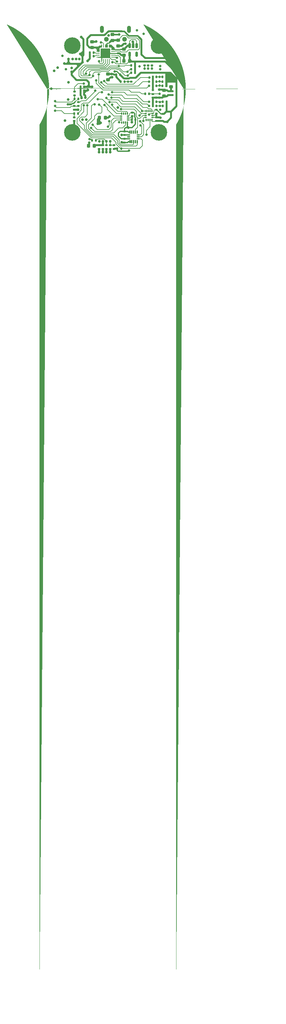
<source format=gbr>
%TF.GenerationSoftware,KiCad,Pcbnew,8.0.4*%
%TF.CreationDate,2024-12-05T11:14:02-05:00*%
%TF.ProjectId,IMpack,494d7061-636b-42e6-9b69-6361645f7063,rev?*%
%TF.SameCoordinates,Original*%
%TF.FileFunction,Copper,L4,Bot*%
%TF.FilePolarity,Positive*%
%FSLAX46Y46*%
G04 Gerber Fmt 4.6, Leading zero omitted, Abs format (unit mm)*
G04 Created by KiCad (PCBNEW 8.0.4) date 2024-12-05 11:14:02*
%MOMM*%
%LPD*%
G01*
G04 APERTURE LIST*
G04 Aperture macros list*
%AMRoundRect*
0 Rectangle with rounded corners*
0 $1 Rounding radius*
0 $2 $3 $4 $5 $6 $7 $8 $9 X,Y pos of 4 corners*
0 Add a 4 corners polygon primitive as box body*
4,1,4,$2,$3,$4,$5,$6,$7,$8,$9,$2,$3,0*
0 Add four circle primitives for the rounded corners*
1,1,$1+$1,$2,$3*
1,1,$1+$1,$4,$5*
1,1,$1+$1,$6,$7*
1,1,$1+$1,$8,$9*
0 Add four rect primitives between the rounded corners*
20,1,$1+$1,$2,$3,$4,$5,0*
20,1,$1+$1,$4,$5,$6,$7,0*
20,1,$1+$1,$6,$7,$8,$9,0*
20,1,$1+$1,$8,$9,$2,$3,0*%
%AMFreePoly0*
4,1,288,-10.746393,17.152804,-10.619479,17.114421,-10.619480,17.114421,-9.851444,16.755480,-9.100467,16.362094,-8.670236,16.111240,-8.641224,16.098534,-8.641224,16.098533,-8.592336,16.065819,-8.368095,15.935071,-7.655832,15.475290,-6.965142,14.983695,-6.297446,14.461297,-5.654115,13.909170,-5.036473,13.328450,-4.445789,12.720329,-3.883278,12.086059,-3.350096,11.426942,-2.847339,10.744335,-2.376040,10.039640,
-2.067886,9.530344,-2.057458,9.514761,-2.057457,9.514762,-2.054834,9.508774,-1.937169,9.314305,-1.531627,8.569823,-1.160249,7.807723,-0.823798,7.029572,-0.522965,6.236971,-0.258369,5.431547,-0.030554,4.614958,0.160012,3.788881,0.312937,2.955016,0.427907,2.115076,0.504685,1.270787,0.543114,0.423886,0.543114,-0.423886,0.504685,-1.270787,0.427907,-2.115076,0.312937,-2.955016,
0.160012,-3.788881,-0.030554,-4.614958,-0.258369,-5.431547,-0.522965,-6.236971,-0.823798,-7.029572,-1.160249,-7.807723,-1.531627,-8.569823,-1.937169,-9.314305,-2.054889,-9.508865,-2.057469,-9.514755,-2.057470,-9.514754,-2.067728,-9.530084,-2.376040,-10.039640,-2.847339,-10.744335,-3.350096,-11.426942,-3.883278,-12.086059,-4.445789,-12.720329,-5.036473,-13.328450,-5.654115,-13.909170,-6.297446,-14.461297,
-6.965142,-14.983695,-7.655832,-15.475290,-8.368095,-15.935071,-8.592373,-16.065840,-8.641226,-16.098531,-8.670211,-16.111225,-9.100467,-16.362094,-9.851444,-16.755480,-10.619480,-17.114421,-10.619479,-17.114421,-10.746393,-17.152804,-10.878804,-17.159699,-11.009017,-17.134705,-11.129465,-17.079276,-11.233148,-16.996632,-11.314041,-16.891576,-11.367441,-16.770215,-11.390246,-16.639600,-11.381130,-16.507324,-11.340623,-16.381072,
-11.271079,-16.268184,-11.176540,-16.175218,-11.062501,-16.107579,-11.062501,-16.107578,-10.689941,-15.943637,-9.960769,-15.581673,-9.249112,-15.186383,-9.234481,-15.177346,-9.200754,-15.151469,-9.200754,-15.151468,-9.096444,-15.089842,-8.905697,-14.940412,-8.736086,-14.767364,-8.590513,-14.573657,-8.471469,-14.362607,-8.380991,-14.137824,-8.320627,-13.903154,-8.291410,-13.662613,-8.293840,-13.420316,-8.327875,-13.180409,
-8.392933,-12.946997,-8.487900,-12.724074,-8.549526,-12.619763,-8.602717,-12.498310,-8.625297,-12.367657,-8.615954,-12.235396,-8.575230,-12.109215,-8.505492,-11.996446,-8.410793,-11.903643,-8.296637,-11.836200,-8.169657,-11.798036,-8.037235,-11.791369,-7.907065,-11.816587,-7.786712,-11.872224,-7.683171,-11.955046,-7.602460,-12.060241,-7.450503,-12.353896,-7.332379,-12.662719,-7.249576,-12.982825,-7.203134,-13.310190,
-7.195934,-13.560702,-7.155990,-13.549999,-7.080989,-13.570095,-7.026085,-13.625000,-7.023487,-13.634692,-6.607446,-13.289902,-6.005334,-12.742022,-5.429197,-12.166891,-4.880268,-11.565736,-4.520196,-11.132796,-4.530992,-11.129904,-4.585896,-11.075000,-4.605992,-10.999999,-4.595288,-10.960053,-4.845802,-10.952856,-5.173166,-10.906415,-5.493272,-10.823612,-5.802095,-10.705489,-6.095750,-10.553533,-6.095751,-10.553533,
-6.200945,-10.472822,-6.283768,-10.369282,-6.339405,-10.248929,-6.364623,-10.118759,-6.357956,-9.986336,-6.319792,-9.859357,-6.252349,-9.745201,-6.159547,-9.650502,-6.046778,-9.580764,-5.920597,-9.540039,-5.788336,-9.530696,-5.657683,-9.553275,-5.536229,-9.606467,-5.536229,-9.606466,-5.431919,-9.668091,-5.208996,-9.763058,-4.975584,-9.828115,-4.735678,-9.862149,-4.493382,-9.864578,-4.252842,-9.835361,
-4.018173,-9.774996,-3.793391,-9.684518,-3.582342,-9.565473,-3.388636,-9.419900,-3.215590,-9.250289,-3.066162,-9.059541,-3.004536,-8.955231,-3.004535,-8.955231,-2.968551,-8.908332,-2.582646,-8.216419,-2.219410,-7.487880,-1.890246,-6.743326,-1.595858,-5.984349,-1.336876,-5.212573,-1.113854,-4.429648,-0.927269,-3.637249,-0.777519,-2.837071,-0.664926,-2.030824,-0.589730,-1.220235,-0.552092,-0.407035,
-0.552092,0.407035,-0.589730,1.220235,-0.664926,2.030824,-0.777519,2.837071,-0.927269,3.637249,-1.113854,4.429648,-1.336876,5.212573,-1.595858,5.984349,-1.890246,6.743326,-2.219410,7.487880,-2.582646,8.216419,-2.968599,8.908417,-3.004523,8.955238,-3.066150,9.059549,-3.215579,9.250298,-3.388627,9.419910,-3.582334,9.565485,-3.793385,9.684530,-4.018169,9.775009,-4.252839,9.835374,
-4.493381,9.864592,-4.735679,9.862163,-4.975588,9.828129,-5.209001,9.763072,-5.431926,9.668104,-5.536237,9.606478,-5.657690,9.553287,-5.788344,9.530708,-5.920604,9.540052,-6.046786,9.580776,-6.159554,9.650514,-6.252357,9.745213,-6.319799,9.859370,-6.357963,9.986349,-6.364630,10.118771,-6.339412,10.248942,-6.283775,10.369294,-6.200952,10.472835,-6.095757,10.553546,-5.802101,10.705503,
-5.493276,10.823626,-5.173169,10.906429,-4.845803,10.952870,-4.595292,10.960067,-4.605992,10.999999,-4.585896,11.074999,-4.530991,11.129904,-4.520196,11.132796,-4.880268,11.565736,-5.429197,12.166891,-6.005334,12.742022,-6.607446,13.289902,-7.023487,13.634692,-7.026085,13.624999,-7.080989,13.570095,-7.155990,13.549999,-7.195931,13.560701,-7.203131,13.310189,-7.249573,12.982824,-7.332377,12.662717,
-7.450500,12.353894,-7.602458,12.060239,-7.602457,12.060238,-7.683168,11.955044,-7.786709,11.872222,-7.907062,11.816585,-8.037232,11.791367,-8.169655,11.798034,-8.296634,11.836198,-8.410790,11.903641,-8.505489,11.996444,-8.575227,12.109213,-8.615951,12.235394,-8.625294,12.367655,-8.602714,12.498308,-8.549523,12.619762,-8.549524,12.619762,-8.487898,12.724073,-8.392930,12.946996,-8.327872,13.180409,
-8.293837,13.420316,-8.291407,13.662613,-8.320624,13.903154,-8.380988,14.137824,-8.471466,14.362608,-8.590510,14.573658,-8.736083,14.767365,-8.905695,14.940413,-9.096442,15.089843,-9.200752,15.151470,-9.234464,15.177336,-9.249112,15.186383,-9.960769,15.581673,-10.689941,15.943637,-11.062501,16.107578,-11.062501,16.107579,-11.176540,16.175218,-11.271079,16.268184,-11.340623,16.381072,-11.381130,16.507324,
-11.390246,16.639600,-11.367441,16.770215,-11.314041,16.891576,-11.233148,16.996632,-11.129465,17.079276,-11.009017,17.134705,-10.878804,17.159699,-10.746393,17.152804,-10.746393,17.152804,$1*%
G04 Aperture macros list end*
%TA.AperFunction,ComponentPad*%
%ADD10C,4.400000*%
%TD*%
%TA.AperFunction,ComponentPad*%
%ADD11O,1.070000X1.900000*%
%TD*%
%TA.AperFunction,ComponentPad*%
%ADD12C,1.300000*%
%TD*%
%TA.AperFunction,SMDPad,CuDef*%
%ADD13RoundRect,0.147500X0.147500X0.172500X-0.147500X0.172500X-0.147500X-0.172500X0.147500X-0.172500X0*%
%TD*%
%TA.AperFunction,SMDPad,CuDef*%
%ADD14RoundRect,0.135000X0.135000X0.185000X-0.135000X0.185000X-0.135000X-0.185000X0.135000X-0.185000X0*%
%TD*%
%TA.AperFunction,SMDPad,CuDef*%
%ADD15RoundRect,0.150000X-0.150000X0.512500X-0.150000X-0.512500X0.150000X-0.512500X0.150000X0.512500X0*%
%TD*%
%TA.AperFunction,SMDPad,CuDef*%
%ADD16RoundRect,0.140000X-0.170000X0.140000X-0.170000X-0.140000X0.170000X-0.140000X0.170000X0.140000X0*%
%TD*%
%TA.AperFunction,SMDPad,CuDef*%
%ADD17RoundRect,0.225000X-0.250000X0.225000X-0.250000X-0.225000X0.250000X-0.225000X0.250000X0.225000X0*%
%TD*%
%TA.AperFunction,SMDPad,CuDef*%
%ADD18RoundRect,0.218750X-0.218750X-0.256250X0.218750X-0.256250X0.218750X0.256250X-0.218750X0.256250X0*%
%TD*%
%TA.AperFunction,SMDPad,CuDef*%
%ADD19RoundRect,0.135000X0.185000X-0.135000X0.185000X0.135000X-0.185000X0.135000X-0.185000X-0.135000X0*%
%TD*%
%TA.AperFunction,SMDPad,CuDef*%
%ADD20RoundRect,0.147500X-0.172500X0.147500X-0.172500X-0.147500X0.172500X-0.147500X0.172500X0.147500X0*%
%TD*%
%TA.AperFunction,SMDPad,CuDef*%
%ADD21RoundRect,0.135000X-0.135000X-0.185000X0.135000X-0.185000X0.135000X0.185000X-0.135000X0.185000X0*%
%TD*%
%TA.AperFunction,SMDPad,CuDef*%
%ADD22RoundRect,0.140000X0.140000X0.170000X-0.140000X0.170000X-0.140000X-0.170000X0.140000X-0.170000X0*%
%TD*%
%TA.AperFunction,SMDPad,CuDef*%
%ADD23RoundRect,0.140000X-0.140000X-0.170000X0.140000X-0.170000X0.140000X0.170000X-0.140000X0.170000X0*%
%TD*%
%TA.AperFunction,SMDPad,CuDef*%
%ADD24RoundRect,0.087500X-0.087500X0.225000X-0.087500X-0.225000X0.087500X-0.225000X0.087500X0.225000X0*%
%TD*%
%TA.AperFunction,SMDPad,CuDef*%
%ADD25RoundRect,0.087500X-0.225000X0.087500X-0.225000X-0.087500X0.225000X-0.087500X0.225000X0.087500X0*%
%TD*%
%TA.AperFunction,SMDPad,CuDef*%
%ADD26RoundRect,0.218750X-0.256250X0.218750X-0.256250X-0.218750X0.256250X-0.218750X0.256250X0.218750X0*%
%TD*%
%TA.AperFunction,SMDPad,CuDef*%
%ADD27RoundRect,0.135000X-0.185000X0.135000X-0.185000X-0.135000X0.185000X-0.135000X0.185000X0.135000X0*%
%TD*%
%TA.AperFunction,SMDPad,CuDef*%
%ADD28RoundRect,0.225000X0.225000X0.250000X-0.225000X0.250000X-0.225000X-0.250000X0.225000X-0.250000X0*%
%TD*%
%TA.AperFunction,SMDPad,CuDef*%
%ADD29FreePoly0,180.000000*%
%TD*%
%TA.AperFunction,SMDPad,CuDef*%
%ADD30RoundRect,0.147500X-0.147500X-0.172500X0.147500X-0.172500X0.147500X0.172500X-0.147500X0.172500X0*%
%TD*%
%TA.AperFunction,SMDPad,CuDef*%
%ADD31RoundRect,0.075000X-0.075000X0.387500X-0.075000X-0.387500X0.075000X-0.387500X0.075000X0.387500X0*%
%TD*%
%TA.AperFunction,SMDPad,CuDef*%
%ADD32RoundRect,0.075000X-0.325000X0.075000X-0.325000X-0.075000X0.325000X-0.075000X0.325000X0.075000X0*%
%TD*%
%TA.AperFunction,SMDPad,CuDef*%
%ADD33FreePoly0,0.000000*%
%TD*%
%TA.AperFunction,SMDPad,CuDef*%
%ADD34RoundRect,0.062500X0.350000X0.062500X-0.350000X0.062500X-0.350000X-0.062500X0.350000X-0.062500X0*%
%TD*%
%TA.AperFunction,SMDPad,CuDef*%
%ADD35RoundRect,0.062500X0.062500X0.350000X-0.062500X0.350000X-0.062500X-0.350000X0.062500X-0.350000X0*%
%TD*%
%TA.AperFunction,SMDPad,CuDef*%
%ADD36R,2.500000X2.500000*%
%TD*%
%TA.AperFunction,SMDPad,CuDef*%
%ADD37RoundRect,0.140000X0.170000X-0.140000X0.170000X0.140000X-0.170000X0.140000X-0.170000X-0.140000X0*%
%TD*%
%TA.AperFunction,SMDPad,CuDef*%
%ADD38RoundRect,0.225000X0.250000X-0.225000X0.250000X0.225000X-0.250000X0.225000X-0.250000X-0.225000X0*%
%TD*%
%TA.AperFunction,ViaPad*%
%ADD39C,0.700000*%
%TD*%
%TA.AperFunction,ViaPad*%
%ADD40C,0.650000*%
%TD*%
%TA.AperFunction,Conductor*%
%ADD41C,0.500000*%
%TD*%
%TA.AperFunction,Conductor*%
%ADD42C,0.300000*%
%TD*%
%TA.AperFunction,Conductor*%
%ADD43C,0.200000*%
%TD*%
%TA.AperFunction,Conductor*%
%ADD44C,0.250000*%
%TD*%
%TA.AperFunction,Conductor*%
%ADD45C,0.150000*%
%TD*%
%TA.AperFunction,Conductor*%
%ADD46C,0.400000*%
%TD*%
G04 APERTURE END LIST*
D10*
%TO.P,H703,1,1*%
%TO.N,GND*%
X88500000Y-88500000D03*
%TD*%
%TO.P,H702,1,1*%
%TO.N,GND*%
X111500000Y-88500000D03*
%TD*%
%TO.P,H701,1,1*%
%TO.N,GND*%
X111500000Y-111500000D03*
%TD*%
D11*
%TO.P,J401,6,Shield*%
%TO.N,unconnected-(J401-Shield-Pad6)_3*%
X96400000Y-84175000D03*
D12*
%TO.N,unconnected-(J401-Shield-Pad6)_4*%
X97575000Y-86800000D03*
%TO.N,unconnected-(J401-Shield-Pad6)_2*%
X102425000Y-86800000D03*
D11*
%TO.N,unconnected-(J401-Shield-Pad6)*%
X103600000Y-84175000D03*
%TD*%
D10*
%TO.P,H704,1,1*%
%TO.N,GND*%
X88500000Y-111500000D03*
%TD*%
D13*
%TO.P,D501,1,A1*%
%TO.N,SD_CARD_DETECT*%
X102385000Y-98000000D03*
%TO.P,D501,2,A2*%
%TO.N,GND*%
X101415000Y-98000000D03*
%TD*%
D14*
%TO.P,R505,1*%
%TO.N,+3.3V*%
X113510000Y-99100000D03*
%TO.P,R505,2*%
%TO.N,SD_SDIO_CMD*%
X112490000Y-99100000D03*
%TD*%
D15*
%TO.P,U202,1,IN*%
%TO.N,BCM_OUT*%
X103750000Y-88462500D03*
%TO.P,U202,2,GND*%
%TO.N,GND*%
X104700000Y-88462500D03*
%TO.P,U202,3,EN*%
%TO.N,BCM_OUT*%
X105650000Y-88462500D03*
%TO.P,U202,4,NC*%
%TO.N,unconnected-(U202-NC-Pad4)*%
X105650000Y-90737500D03*
%TO.P,U202,5,OUT*%
%TO.N,REG_OUT*%
X103750000Y-90737500D03*
%TD*%
D13*
%TO.P,L301,1*%
%TO.N,+3.3V*%
X91685000Y-99400000D03*
%TO.P,L301,2*%
%TO.N,+3.3VA*%
X90715000Y-99400000D03*
%TD*%
D16*
%TO.P,C701,1*%
%TO.N,Net-(D701-A1)*%
X95600000Y-114905000D03*
%TO.P,C701,2*%
%TO.N,GND*%
X95600000Y-115865000D03*
%TD*%
D17*
%TO.P,C202,1*%
%TO.N,BCM_OUT*%
X102200000Y-89425000D03*
%TO.P,C202,2*%
%TO.N,GND*%
X102200000Y-90975000D03*
%TD*%
D18*
%TO.P,FB701,1*%
%TO.N,Net-(JP701-B)*%
X92812500Y-115100000D03*
%TO.P,FB701,2*%
%TO.N,Net-(D701-A1)*%
X94387500Y-115100000D03*
%TD*%
D19*
%TO.P,R203,1*%
%TO.N,GND*%
X100400000Y-92710000D03*
%TO.P,R203,2*%
%TO.N,/Power/BCM_THERM*%
X100400000Y-91690000D03*
%TD*%
D20*
%TO.P,D701,1,A1*%
%TO.N,Net-(D701-A1)*%
X96600000Y-114915000D03*
%TO.P,D701,2,A2*%
%TO.N,GND*%
X96600000Y-115885000D03*
%TD*%
D16*
%TO.P,C601,1*%
%TO.N,+3.3V*%
X104400000Y-106220000D03*
%TO.P,C601,2*%
%TO.N,GND*%
X104400000Y-107180000D03*
%TD*%
D21*
%TO.P,R201,1*%
%TO.N,GND*%
X93190000Y-90300000D03*
%TO.P,R201,2*%
%TO.N,/Power/BCM_PROG1*%
X94210000Y-90300000D03*
%TD*%
D16*
%TO.P,C604,1*%
%TO.N,+3.3V*%
X102400000Y-111220000D03*
%TO.P,C604,2*%
%TO.N,GND*%
X102400000Y-112180000D03*
%TD*%
D22*
%TO.P,C603,1*%
%TO.N,+3.3V*%
X105300000Y-108100000D03*
%TO.P,C603,2*%
%TO.N,GND*%
X104340000Y-108100000D03*
%TD*%
D19*
%TO.P,R209,1*%
%TO.N,Net-(D203-A)*%
X108700000Y-93710000D03*
%TO.P,R209,2*%
%TO.N,REG_OUT*%
X108700000Y-92690000D03*
%TD*%
D17*
%TO.P,C201,1*%
%TO.N,BCM_IN*%
X100700000Y-87025000D03*
%TO.P,C201,2*%
%TO.N,GND*%
X100700000Y-88575000D03*
%TD*%
D20*
%TO.P,D703,1,A1*%
%TO.N,I2C2_SCL*%
X98600000Y-114915000D03*
%TO.P,D703,2,A2*%
%TO.N,GND*%
X98600000Y-115885000D03*
%TD*%
D23*
%TO.P,C310,1*%
%TO.N,+3.3VA*%
X90720000Y-101400000D03*
%TO.P,C310,2*%
%TO.N,GND*%
X91680000Y-101400000D03*
%TD*%
D20*
%TO.P,D504,1,A1*%
%TO.N,Net-(D504-A1)*%
X109900000Y-101315000D03*
%TO.P,D504,2,A2*%
%TO.N,GND*%
X109900000Y-102285000D03*
%TD*%
D24*
%TO.P,U601,1,SDO/SA0*%
%TO.N,SPI1_MISO*%
X101650000Y-106537500D03*
%TO.P,U601,2,SDX*%
%TO.N,unconnected-(U601-SDX-Pad2)*%
X102150000Y-106537500D03*
%TO.P,U601,3,SCX*%
%TO.N,unconnected-(U601-SCX-Pad3)*%
X102650000Y-106537500D03*
%TO.P,U601,4,INT1*%
%TO.N,LSM6DSx_INT1*%
X103150000Y-106537500D03*
D25*
%TO.P,U601,5,VDDIO*%
%TO.N,+3.3V*%
X103312500Y-107200000D03*
%TO.P,U601,6,GND*%
%TO.N,GND*%
X103312500Y-107700000D03*
%TO.P,U601,7,GND*%
X103312500Y-108200000D03*
D24*
%TO.P,U601,8,VDD*%
%TO.N,+3.3V*%
X103150000Y-108862500D03*
%TO.P,U601,9,INT2*%
%TO.N,LSM6DSx_INT2*%
X102650000Y-108862500D03*
%TO.P,U601,10,NC*%
%TO.N,unconnected-(U601-NC-Pad10)*%
X102150000Y-108862500D03*
%TO.P,U601,11,NC*%
%TO.N,unconnected-(U601-NC-Pad11)*%
X101650000Y-108862500D03*
D25*
%TO.P,U601,12,CS*%
%TO.N,SPI1_NSS*%
X101487500Y-108200000D03*
%TO.P,U601,13,SCL*%
%TO.N,SPI1_SCLK*%
X101487500Y-107700000D03*
%TO.P,U601,14,SDA*%
%TO.N,SPI1_MOSI*%
X101487500Y-107200000D03*
%TD*%
D26*
%TO.P,FB201,1*%
%TO.N,+5V*%
X99200000Y-85512500D03*
%TO.P,FB201,2*%
%TO.N,BCM_IN*%
X99200000Y-87087500D03*
%TD*%
D21*
%TO.P,R602,1*%
%TO.N,+3.3V*%
X100490000Y-115800000D03*
%TO.P,R602,2*%
%TO.N,ADXL37x_NSS*%
X101510000Y-115800000D03*
%TD*%
D14*
%TO.P,R506,1*%
%TO.N,+3.3V*%
X113510000Y-98000000D03*
%TO.P,R506,2*%
%TO.N,SD_SDIO_D3*%
X112490000Y-98000000D03*
%TD*%
%TO.P,R306,1*%
%TO.N,SWD_SWDIO*%
X90010000Y-106500000D03*
%TO.P,R306,2*%
%TO.N,/Microcontroller/SWD_SWDIO_PRT*%
X88990000Y-106500000D03*
%TD*%
D21*
%TO.P,R701,1*%
%TO.N,+3.3V*%
X93790000Y-113600000D03*
%TO.P,R701,2*%
%TO.N,I2C2_SDA*%
X94810000Y-113600000D03*
%TD*%
D14*
%TO.P,R504,1*%
%TO.N,+3.3V*%
X113610000Y-103400000D03*
%TO.P,R504,2*%
%TO.N,SD_SDIO_D0*%
X112590000Y-103400000D03*
%TD*%
D22*
%TO.P,C308,1*%
%TO.N,+3.3V*%
X101180000Y-96190000D03*
%TO.P,C308,2*%
%TO.N,GND*%
X100220000Y-96190000D03*
%TD*%
D14*
%TO.P,R204,1*%
%TO.N,REG_OUT*%
X105210000Y-94700000D03*
%TO.P,R204,2*%
%TO.N,BCM_STAT2*%
X104190000Y-94700000D03*
%TD*%
D16*
%TO.P,C502,1*%
%TO.N,Net-(D506-A1)*%
X114100000Y-100620000D03*
%TO.P,C502,2*%
%TO.N,GND*%
X114100000Y-101580000D03*
%TD*%
D27*
%TO.P,R307,1*%
%TO.N,SWD_SWO*%
X89100000Y-100690000D03*
%TO.P,R307,2*%
%TO.N,/Microcontroller/SWD_SWO_PRT*%
X89100000Y-101710000D03*
%TD*%
D28*
%TO.P,C203,1*%
%TO.N,REG_OUT*%
X103775000Y-92500000D03*
%TO.P,C203,2*%
%TO.N,GND*%
X102225000Y-92500000D03*
%TD*%
D16*
%TO.P,C602,1*%
%TO.N,+3.3V*%
X102400000Y-113220000D03*
%TO.P,C602,2*%
%TO.N,GND*%
X102400000Y-114180000D03*
%TD*%
D29*
%TO.P,N703,1,PAD*%
%TO.N,GND*%
X81850000Y-100000000D03*
%TD*%
D13*
%TO.P,D507,1,A1*%
%TO.N,SD_SDIO_D3*%
X110885000Y-98000000D03*
%TO.P,D507,2,A2*%
%TO.N,GND*%
X109915000Y-98000000D03*
%TD*%
D17*
%TO.P,C501,1*%
%TO.N,Net-(D506-A1)*%
X112900000Y-100325000D03*
%TO.P,C501,2*%
%TO.N,GND*%
X112900000Y-101875000D03*
%TD*%
D30*
%TO.P,D306,1,A1*%
%TO.N,/Microcontroller/SWD_SWO_PRT*%
X89115000Y-102600000D03*
%TO.P,D306,2,A2*%
%TO.N,GND*%
X90085000Y-102600000D03*
%TD*%
D20*
%TO.P,D702,1,A1*%
%TO.N,I2C2_SDA*%
X97600000Y-114915000D03*
%TO.P,D702,2,A2*%
%TO.N,GND*%
X97600000Y-115885000D03*
%TD*%
D28*
%TO.P,C303,1*%
%TO.N,Net-(U301-VCAP_1)*%
X97275000Y-107600000D03*
%TO.P,C303,2*%
%TO.N,GND*%
X95725000Y-107600000D03*
%TD*%
D14*
%TO.P,R507,1*%
%TO.N,+3.3V*%
X113510000Y-96800000D03*
%TO.P,R507,2*%
%TO.N,SD_SDIO_D2*%
X112490000Y-96800000D03*
%TD*%
D31*
%TO.P,U602,1,V_{DD_I/O}*%
%TO.N,+3.3V*%
X103800000Y-111412500D03*
%TO.P,U602,2*%
%TO.N,N/C*%
X104300000Y-111412500D03*
%TO.P,U602,3,RES*%
%TO.N,unconnected-(U602-RES-Pad3)*%
X104800000Y-111412500D03*
%TO.P,U602,4,SCLK*%
%TO.N,SPI2_SCLK*%
X105300000Y-111412500D03*
%TO.P,U602,5,ADC_IN*%
%TO.N,unconnected-(U602-ADC_IN-Pad5)*%
X105800000Y-111412500D03*
D32*
%TO.P,U602,6,MOSI*%
%TO.N,SPI2_MOSI*%
X106075000Y-112200000D03*
%TO.P,U602,7,MISO*%
%TO.N,SPI2_MISO*%
X106075000Y-112700000D03*
%TO.P,U602,8,~{CS}*%
%TO.N,ADXL37x_NSS*%
X106075000Y-113200000D03*
D31*
%TO.P,U602,9,INT2*%
%TO.N,ADXL37x_INT2*%
X105800000Y-113987500D03*
%TO.P,U602,10,RES*%
%TO.N,unconnected-(U602-RES-Pad10)*%
X105300000Y-113987500D03*
%TO.P,U602,11,INT1*%
%TO.N,ADXL37x_INT1*%
X104800000Y-113987500D03*
%TO.P,U602,12,GND*%
%TO.N,GND*%
X104300000Y-113987500D03*
%TO.P,U602,13,GND*%
X103800000Y-113987500D03*
D32*
%TO.P,U602,14,V_{S}*%
%TO.N,+3.3V*%
X103525000Y-113200000D03*
%TO.P,U602,15*%
%TO.N,N/C*%
X103525000Y-112700000D03*
%TO.P,U602,16,GND*%
%TO.N,GND*%
X103525000Y-112200000D03*
%TD*%
D19*
%TO.P,R702,1*%
%TO.N,+3.3V*%
X99600000Y-115910000D03*
%TO.P,R702,2*%
%TO.N,I2C2_SCL*%
X99600000Y-114890000D03*
%TD*%
D33*
%TO.P,N704,1,PAD*%
%TO.N,GND*%
X118150000Y-100000000D03*
%TD*%
D21*
%TO.P,R202,1*%
%TO.N,GND*%
X93190000Y-91300000D03*
%TO.P,R202,2*%
%TO.N,/Power/BCM_PROG3*%
X94210000Y-91300000D03*
%TD*%
D26*
%TO.P,FB501,1*%
%TO.N,+3.3V*%
X114800000Y-97812500D03*
%TO.P,FB501,2*%
%TO.N,Net-(D506-A1)*%
X114800000Y-99387500D03*
%TD*%
D19*
%TO.P,R207,1*%
%TO.N,Net-(D201-A)*%
X109700000Y-93710000D03*
%TO.P,R207,2*%
%TO.N,REG_OUT*%
X109700000Y-92690000D03*
%TD*%
D20*
%TO.P,D305,1,A1*%
%TO.N,/Microcontroller/SWD_SWDIO_PRT*%
X89000000Y-107515000D03*
%TO.P,D305,2,A2*%
%TO.N,GND*%
X89000000Y-108485000D03*
%TD*%
D13*
%TO.P,D503,1,A1*%
%TO.N,SD_SDIO_D0*%
X110885000Y-103400000D03*
%TO.P,D503,2,A2*%
%TO.N,GND*%
X109915000Y-103400000D03*
%TD*%
D20*
%TO.P,D304,1,A1*%
%TO.N,/Microcontroller/SWD_SWCLK_PRT*%
X89000000Y-104515000D03*
%TO.P,D304,2,A2*%
%TO.N,GND*%
X89000000Y-105485000D03*
%TD*%
D14*
%TO.P,R206,1*%
%TO.N,REG_OUT*%
X105210000Y-93700000D03*
%TO.P,R206,2*%
%TO.N,BCM_PG*%
X104190000Y-93700000D03*
%TD*%
D34*
%TO.P,U201,1,OUT*%
%TO.N,BCM_OUT*%
X99237500Y-89500000D03*
%TO.P,U201,2,VPCC*%
%TO.N,BCM_IN*%
X99237500Y-90000000D03*
%TO.P,U201,3,SEL*%
%TO.N,GND*%
X99237500Y-90500000D03*
%TO.P,U201,4,PROG2*%
%TO.N,REG_OUT*%
X99237500Y-91000000D03*
%TO.P,U201,5,THERM*%
%TO.N,/Power/BCM_THERM*%
X99237500Y-91500000D03*
D35*
%TO.P,U201,6,~{PG}*%
%TO.N,BCM_PG*%
X98300000Y-92437500D03*
%TO.P,U201,7,STAT2*%
%TO.N,BCM_STAT2*%
X97800000Y-92437500D03*
%TO.P,U201,8,STAT1/~{LBO}*%
%TO.N,BCM_STAT1*%
X97300000Y-92437500D03*
%TO.P,U201,9,~{TE}*%
%TO.N,REG_OUT*%
X96800000Y-92437500D03*
%TO.P,U201,10,V_{SS}*%
%TO.N,GND*%
X96300000Y-92437500D03*
D34*
%TO.P,U201,11,V_{SS}*%
X95362500Y-91500000D03*
%TO.P,U201,12,PROG3*%
%TO.N,/Power/BCM_PROG3*%
X95362500Y-91000000D03*
%TO.P,U201,13,PROG1*%
%TO.N,/Power/BCM_PROG1*%
X95362500Y-90500000D03*
%TO.P,U201,14,V_{BAT}*%
%TO.N,/Power/BCM_VBAT*%
X95362500Y-90000000D03*
%TO.P,U201,15,V_{BAT}*%
X95362500Y-89500000D03*
D35*
%TO.P,U201,16,V_{BAT_SENSE}*%
X96300000Y-88562500D03*
%TO.P,U201,17,CE*%
%TO.N,REG_OUT*%
X96800000Y-88562500D03*
%TO.P,U201,18,IN*%
%TO.N,BCM_IN*%
X97300000Y-88562500D03*
%TO.P,U201,19,IN*%
X97800000Y-88562500D03*
%TO.P,U201,20,OUT*%
%TO.N,BCM_OUT*%
X98300000Y-88562500D03*
D36*
%TO.P,U201,21,V_{SS}*%
%TO.N,GND*%
X97300000Y-90500000D03*
%TD*%
D13*
%TO.P,D508,1,A1*%
%TO.N,SD_SDIO_D2*%
X110885000Y-96800000D03*
%TO.P,D508,2,A2*%
%TO.N,GND*%
X109915000Y-96800000D03*
%TD*%
D37*
%TO.P,C606,1*%
%TO.N,+3.3V*%
X110900000Y-108480000D03*
%TO.P,C606,2*%
%TO.N,GND*%
X110900000Y-107520000D03*
%TD*%
D38*
%TO.P,C305,1*%
%TO.N,Net-(U301-VCAP_2)*%
X98000000Y-97575000D03*
%TO.P,C305,2*%
%TO.N,GND*%
X98000000Y-96025000D03*
%TD*%
D19*
%TO.P,R208,1*%
%TO.N,Net-(D202-A)*%
X107700000Y-93710000D03*
%TO.P,R208,2*%
%TO.N,REG_OUT*%
X107700000Y-92690000D03*
%TD*%
D14*
%TO.P,R503,1*%
%TO.N,+3.3V*%
X113610000Y-104500000D03*
%TO.P,R503,2*%
%TO.N,SD_SDIO_D1*%
X112590000Y-104500000D03*
%TD*%
D13*
%TO.P,D502,1,A1*%
%TO.N,SD_SDIO_D1*%
X110885000Y-104500000D03*
%TO.P,D502,2,A2*%
%TO.N,GND*%
X109915000Y-104500000D03*
%TD*%
D16*
%TO.P,C605,1*%
%TO.N,+3.3V*%
X110900000Y-105520000D03*
%TO.P,C605,2*%
%TO.N,GND*%
X110900000Y-106480000D03*
%TD*%
D20*
%TO.P,D506,1,A1*%
%TO.N,Net-(D506-A1)*%
X115100000Y-100615000D03*
%TO.P,D506,2,A2*%
%TO.N,GND*%
X115100000Y-101585000D03*
%TD*%
D27*
%TO.P,R305,1*%
%TO.N,SWD_SWCLK*%
X90100000Y-103490000D03*
%TO.P,R305,2*%
%TO.N,/Microcontroller/SWD_SWCLK_PRT*%
X90100000Y-104510000D03*
%TD*%
D14*
%TO.P,R501,1*%
%TO.N,Net-(D504-A1)*%
X108910000Y-101300000D03*
%TO.P,R501,2*%
%TO.N,SD_SDIO_CLK*%
X107890000Y-101300000D03*
%TD*%
D13*
%TO.P,D505,1,A1*%
%TO.N,SD_SDIO_CMD*%
X110885000Y-99100000D03*
%TO.P,D505,2,A2*%
%TO.N,GND*%
X109915000Y-99100000D03*
%TD*%
D23*
%TO.P,C309,1*%
%TO.N,+3.3VA*%
X90720000Y-100400000D03*
%TO.P,C309,2*%
%TO.N,GND*%
X91680000Y-100400000D03*
%TD*%
D38*
%TO.P,C204,1*%
%TO.N,/Power/BCM_VBAT*%
X93800000Y-88975000D03*
%TO.P,C204,2*%
%TO.N,GND*%
X93800000Y-87425000D03*
%TD*%
D24*
%TO.P,U603,1,SDO/SA0*%
%TO.N,SPI2_MISO*%
X108150000Y-105837500D03*
%TO.P,U603,2,SDX*%
%TO.N,unconnected-(U603-SDX-Pad2)*%
X108650000Y-105837500D03*
%TO.P,U603,3,SCX*%
%TO.N,unconnected-(U603-SCX-Pad3)*%
X109150000Y-105837500D03*
%TO.P,U603,4,INT1*%
%TO.N,IIS3DWB_INT1*%
X109650000Y-105837500D03*
D25*
%TO.P,U603,5,VDDIO*%
%TO.N,+3.3V*%
X109812500Y-106500000D03*
%TO.P,U603,6,GND*%
%TO.N,GND*%
X109812500Y-107000000D03*
%TO.P,U603,7,GND*%
X109812500Y-107500000D03*
D24*
%TO.P,U603,8,VDD*%
%TO.N,+3.3V*%
X109650000Y-108162500D03*
%TO.P,U603,9,INT2*%
%TO.N,IIS3DWB_INT2*%
X109150000Y-108162500D03*
%TO.P,U603,10,NC*%
%TO.N,unconnected-(U603-NC-Pad10)*%
X108650000Y-108162500D03*
%TO.P,U603,11,NC*%
%TO.N,unconnected-(U603-NC-Pad11)*%
X108150000Y-108162500D03*
D25*
%TO.P,U603,12,CS*%
%TO.N,IIS3DWB_NSS*%
X107987500Y-107500000D03*
%TO.P,U603,13,SCL*%
%TO.N,SPI2_SCLK*%
X107987500Y-107000000D03*
%TO.P,U603,14,SDA*%
%TO.N,SPI2_MOSI*%
X107987500Y-106500000D03*
%TD*%
D14*
%TO.P,R205,1*%
%TO.N,REG_OUT*%
X105210000Y-95700000D03*
%TO.P,R205,2*%
%TO.N,BCM_STAT1*%
X104190000Y-95700000D03*
%TD*%
D27*
%TO.P,R502,1*%
%TO.N,+3.3V*%
X104200000Y-96990000D03*
%TO.P,R502,2*%
%TO.N,SD_CARD_DETECT*%
X104200000Y-98010000D03*
%TD*%
D39*
%TO.N,GND*%
X92700000Y-100275500D03*
D40*
X111900000Y-93900000D03*
D39*
X87375500Y-102800000D03*
X95700497Y-113900000D03*
D40*
X111912750Y-94712750D03*
D39*
X98600000Y-116785000D03*
X92020661Y-102296161D03*
X98924199Y-95972800D03*
X90000000Y-105500000D03*
X104575500Y-87499500D03*
X94900000Y-87400000D03*
X97600000Y-116785000D03*
X101625000Y-112200000D03*
X91200000Y-108090000D03*
X88300000Y-94400000D03*
X89500000Y-92000000D03*
X82947913Y-99896929D03*
D40*
X111600000Y-102285000D03*
X111838427Y-105461573D03*
D39*
X96057036Y-108943713D03*
D40*
X87300000Y-104024500D03*
X110800000Y-102285000D03*
D39*
X96600000Y-116785000D03*
X95600000Y-116785000D03*
D40*
X109900000Y-100200000D03*
X112000000Y-107599500D03*
X98000000Y-91100000D03*
D39*
X92600000Y-92550500D03*
D40*
X98000000Y-89900000D03*
D39*
X101625000Y-114100000D03*
X83710000Y-95200000D03*
D40*
X85900000Y-91200000D03*
D39*
X100600000Y-104890000D03*
D40*
X105700000Y-84400000D03*
D39*
X104341433Y-108800000D03*
X84610000Y-94300000D03*
D40*
X106400000Y-94000000D03*
D39*
X98151139Y-85747920D03*
X90400000Y-92000000D03*
X87500000Y-98200000D03*
D40*
X107500000Y-85300000D03*
X86800000Y-94700000D03*
D39*
X95303400Y-109247596D03*
D40*
X102625628Y-87982605D03*
D39*
X88600000Y-92000000D03*
%TO.N,+5V*%
X100918173Y-85512500D03*
D40*
%TO.N,+3.3V*%
X93059363Y-113240637D03*
D39*
X103400000Y-110199500D03*
X113700000Y-108700000D03*
X86600000Y-108400000D03*
X92200000Y-108090000D03*
D40*
X100961185Y-108799500D03*
D39*
X86400000Y-93200000D03*
X90600000Y-90700000D03*
D40*
X103602745Y-116297255D03*
D39*
X87500000Y-92000000D03*
D40*
X99800000Y-95300000D03*
D39*
X91200000Y-92900000D03*
X93800000Y-99400000D03*
D40*
X108900000Y-106800000D03*
D39*
X88300000Y-95400000D03*
X90900000Y-86200000D03*
%TO.N,+3.3VA*%
X91008029Y-102375972D03*
%TO.N,REG_OUT*%
X115001046Y-94448431D03*
D40*
X99140213Y-92859787D03*
X95600000Y-92600000D03*
X96100000Y-87600000D03*
%TO.N,SD_CARD_DETECT*%
X103300000Y-98000000D03*
D39*
%TO.N,Net-(U301-VCAP_1)*%
X98400000Y-107300000D03*
%TO.N,Net-(U301-VCAP_2)*%
X99081712Y-96858404D03*
%TO.N,Net-(D506-A1)*%
X111625000Y-100125000D03*
%TO.N,Net-(D701-A1)*%
X96600000Y-113900000D03*
D40*
%TO.N,BCM_PG*%
X92148535Y-95905353D03*
X100876089Y-93899500D03*
%TO.N,Net-(D201-A)*%
X109700000Y-94600000D03*
%TO.N,BCM_STAT1*%
X94050353Y-96550353D03*
X103275497Y-96450500D03*
%TO.N,Net-(D202-A)*%
X107700000Y-94600000D03*
%TO.N,BCM_STAT2*%
X103179705Y-95449502D03*
X93119184Y-96300000D03*
%TO.N,Net-(D203-A)*%
X108700000Y-94600000D03*
%TO.N,Net-(D504-A1)*%
X111700000Y-101225000D03*
%TO.N,IIS3DWB_INT1*%
X98900000Y-102300000D03*
%TO.N,IIS3DWB_INT2*%
X108200000Y-112100000D03*
%TO.N,SPI2_MISO*%
X97600000Y-102400000D03*
X107074161Y-105826339D03*
X106517200Y-108529968D03*
%TO.N,SPI2_MOSI*%
X98400000Y-103500000D03*
X106350000Y-107050000D03*
X106600000Y-109600000D03*
%TO.N,IIS3DWB_NSS*%
X107365210Y-108479643D03*
%TO.N,SPI1_SCLK*%
X93900000Y-109500000D03*
%TO.N,SPI1_MISO*%
X95300000Y-102700000D03*
%TO.N,SPI1_MOSI*%
X97050000Y-104250000D03*
%TO.N,SPI2_SCLK*%
X101500000Y-105299500D03*
D39*
%TO.N,/Power/BCM_VBAT*%
X115600000Y-93700000D03*
D40*
%TO.N,/Microcontroller/SWD_SWCLK_PRT*%
X83900000Y-104500000D03*
%TO.N,/Microcontroller/SWD_SWDIO_PRT*%
X83930000Y-105770000D03*
%TO.N,/Microcontroller/SWD_SWO_PRT*%
X83900000Y-103200000D03*
%TO.N,SD_SDIO_D1*%
X111758956Y-104503945D03*
X98200000Y-101400000D03*
X108900000Y-104500000D03*
%TO.N,SD_SDIO_D0*%
X108900000Y-103400000D03*
X111754371Y-103422068D03*
X99100000Y-100800000D03*
%TO.N,SD_SDIO_CLK*%
X94866294Y-97666294D03*
%TO.N,SD_SDIO_CMD*%
X95500000Y-96100000D03*
X108900000Y-99100000D03*
X111709168Y-99071144D03*
%TO.N,SD_SDIO_D3*%
X108900000Y-98000000D03*
X111714427Y-97979459D03*
X96200000Y-98200000D03*
%TO.N,SD_SDIO_D2*%
X97000000Y-97900000D03*
X111705259Y-96809168D03*
X109000000Y-96900000D03*
%TO.N,SWD_SWCLK*%
X94600000Y-100400000D03*
%TO.N,SWD_SWDIO*%
X96400000Y-100800000D03*
%TO.N,SWD_SWO*%
X91600000Y-98555500D03*
%TO.N,I2C2_SDA*%
X98300000Y-108500000D03*
D39*
X97600000Y-113900000D03*
D40*
X97958602Y-110000500D03*
D39*
%TO.N,I2C2_SCL*%
X98600000Y-113900000D03*
D40*
%TO.N,SPI1_NSS*%
X93500000Y-110300000D03*
%TO.N,Net-(JP701-B)*%
X93000000Y-114200000D03*
%TO.N,ADXL37x_NSS*%
X91600000Y-104300000D03*
%TO.N,LSM6DSx_INT2*%
X95600000Y-104100000D03*
%TO.N,LSM6DSx_INT1*%
X99100000Y-104100000D03*
%TO.N,ADXL37x_INT1*%
X94421398Y-104078602D03*
%TO.N,ADXL37x_INT2*%
X92500000Y-104300000D03*
%TD*%
D41*
%TO.N,GND*%
X89000000Y-111000000D02*
X88500000Y-111500000D01*
X93190000Y-91960500D02*
X92600000Y-92550500D01*
X91680000Y-100900000D02*
X91700000Y-100900000D01*
X95303400Y-108800000D02*
X95303400Y-108021600D01*
X95753153Y-109247596D02*
X96057036Y-108943713D01*
D42*
X88900000Y-103800000D02*
X89300000Y-103400000D01*
X104300000Y-113987500D02*
X103800000Y-113987500D01*
D43*
X103880000Y-107700000D02*
X104400000Y-107180000D01*
D41*
X95913323Y-108800000D02*
X95303400Y-108800000D01*
X115100000Y-101585000D02*
X113991758Y-101585000D01*
D42*
X101645000Y-112180000D02*
X101625000Y-112200000D01*
X102400000Y-112180000D02*
X101645000Y-112180000D01*
D41*
X96057036Y-108943713D02*
X95725000Y-108611677D01*
X95600000Y-115865000D02*
X95600000Y-116785000D01*
X111920500Y-107520000D02*
X112000000Y-107599500D01*
X93190000Y-90300000D02*
X93190000Y-91300000D01*
X98600000Y-115885000D02*
X98600000Y-116785000D01*
X96057036Y-108943713D02*
X95913323Y-108800000D01*
D42*
X88593540Y-103800000D02*
X88900000Y-103800000D01*
D41*
X91680000Y-101400000D02*
X91680000Y-100900000D01*
X98871999Y-96025000D02*
X98000000Y-96025000D01*
D43*
X104400000Y-108040000D02*
X104340000Y-108100000D01*
D44*
X99237500Y-90500000D02*
X100490000Y-90500000D01*
D41*
X92575500Y-100400000D02*
X92200000Y-100400000D01*
D43*
X103312500Y-107700000D02*
X103880000Y-107700000D01*
X104340000Y-108100000D02*
X104240000Y-108200000D01*
D41*
X89000000Y-105485000D02*
X89985000Y-105485000D01*
D42*
X104341433Y-108800000D02*
X104341433Y-108101433D01*
D41*
X102400000Y-114180000D02*
X101705000Y-114180000D01*
X102225000Y-92500000D02*
X102225000Y-91000000D01*
X102225000Y-91000000D02*
X102200000Y-90975000D01*
D45*
X89300000Y-103400000D02*
X89300000Y-103385000D01*
D41*
X99372800Y-95972800D02*
X99590000Y-96190000D01*
D42*
X104400000Y-107180000D02*
X104400000Y-108040000D01*
X104341433Y-108101433D02*
X104340000Y-108100000D01*
D43*
X96300000Y-91500000D02*
X97300000Y-90500000D01*
D41*
X89000000Y-108485000D02*
X89000000Y-111000000D01*
D43*
X100490000Y-90500000D02*
X100500000Y-90490000D01*
D41*
X109915000Y-100185000D02*
X109900000Y-100200000D01*
D43*
X110880000Y-107500000D02*
X110900000Y-107520000D01*
D44*
X96300000Y-92437500D02*
X96300000Y-91500000D01*
D42*
X103220000Y-114180000D02*
X102400000Y-114180000D01*
D41*
X94875000Y-87425000D02*
X94900000Y-87400000D01*
X99590000Y-96190000D02*
X100220000Y-96190000D01*
X91680000Y-100900000D02*
X91680000Y-100400000D01*
X95303400Y-108021600D02*
X95725000Y-107600000D01*
X89985000Y-105485000D02*
X90000000Y-105500000D01*
X113991758Y-101585000D02*
X113657569Y-101919189D01*
X112944189Y-101919189D02*
X112900000Y-101875000D01*
D44*
X95362500Y-91500000D02*
X96300000Y-91500000D01*
D41*
X109915000Y-96800000D02*
X109915000Y-99100000D01*
X91700000Y-100900000D02*
X92200000Y-100400000D01*
X93190000Y-91300000D02*
X93190000Y-91960500D01*
D42*
X103525000Y-112200000D02*
X102420000Y-112200000D01*
D41*
X95725000Y-108611677D02*
X95725000Y-107600000D01*
X98924199Y-95972800D02*
X99372800Y-95972800D01*
X113657569Y-101919189D02*
X112944189Y-101919189D01*
X98924199Y-95972800D02*
X98871999Y-96025000D01*
D45*
X89300000Y-103385000D02*
X90085000Y-102600000D01*
D41*
X97600000Y-115885000D02*
X97600000Y-116785000D01*
X111600000Y-102285000D02*
X112490000Y-102285000D01*
D42*
X103800000Y-113987500D02*
X103412500Y-113987500D01*
D41*
X92020661Y-102296161D02*
X92020661Y-101740661D01*
D43*
X109812500Y-107000000D02*
X110380000Y-107000000D01*
D41*
X111600000Y-102285000D02*
X109900000Y-102285000D01*
D43*
X99924787Y-92234787D02*
X100400000Y-92710000D01*
D41*
X101625000Y-88575000D02*
X100700000Y-88575000D01*
D42*
X102420000Y-112200000D02*
X102400000Y-112180000D01*
D41*
X109900000Y-104485000D02*
X109915000Y-104500000D01*
X110900000Y-107520000D02*
X111920500Y-107520000D01*
D43*
X97300000Y-90500000D02*
X99034787Y-92234787D01*
X99034787Y-92234787D02*
X99924787Y-92234787D01*
D41*
X101047538Y-90490000D02*
X100500000Y-90490000D01*
X95303400Y-109247596D02*
X95303400Y-108800000D01*
X109915000Y-99100000D02*
X109915000Y-100185000D01*
D44*
X99237500Y-90500000D02*
X97300000Y-90500000D01*
D41*
X100220000Y-96805000D02*
X101415000Y-98000000D01*
X93800000Y-87425000D02*
X94875000Y-87425000D01*
X104700000Y-88462500D02*
X104700000Y-87624000D01*
X101532538Y-90975000D02*
X101047538Y-90490000D01*
X112490000Y-102285000D02*
X112900000Y-101875000D01*
X102625628Y-87982605D02*
X102217395Y-87982605D01*
X109900000Y-102285000D02*
X109900000Y-104485000D01*
X92700000Y-100275500D02*
X92575500Y-100400000D01*
D43*
X109812500Y-107500000D02*
X110880000Y-107500000D01*
D41*
X96600000Y-115885000D02*
X96600000Y-116785000D01*
X110900000Y-107520000D02*
X110900000Y-106480000D01*
X101705000Y-114180000D02*
X101625000Y-114100000D01*
D45*
X90085000Y-102600000D02*
X90032505Y-102600000D01*
D41*
X92200000Y-100400000D02*
X91680000Y-100400000D01*
X87300000Y-104024500D02*
X88175500Y-104024500D01*
X92020661Y-101740661D02*
X91680000Y-101400000D01*
D42*
X103412500Y-113987500D02*
X103220000Y-114180000D01*
X88200000Y-104000000D02*
X88393540Y-104000000D01*
D41*
X95303400Y-109247596D02*
X95753153Y-109247596D01*
X104700000Y-87624000D02*
X104575500Y-87499500D01*
D43*
X110380000Y-107000000D02*
X110900000Y-106480000D01*
D41*
X102200000Y-90975000D02*
X101532538Y-90975000D01*
D43*
X104240000Y-108200000D02*
X103312500Y-108200000D01*
D42*
X88393540Y-104000000D02*
X88593540Y-103800000D01*
D41*
X102217395Y-87982605D02*
X101625000Y-88575000D01*
X88970000Y-105515000D02*
X89000000Y-105485000D01*
X100220000Y-96190000D02*
X100220000Y-96805000D01*
D46*
%TO.N,+5V*%
X100918173Y-85512500D02*
X99200000Y-85512500D01*
D41*
%TO.N,+3.3V*%
X113610000Y-103400000D02*
X113610000Y-105990000D01*
X87500000Y-92000000D02*
X87500000Y-92900000D01*
D42*
X102900000Y-110200000D02*
X103399500Y-110200000D01*
D41*
X88300000Y-95900000D02*
X88300000Y-95800000D01*
D42*
X105100000Y-107449229D02*
X105300000Y-107649229D01*
D41*
X114600000Y-95700000D02*
X116200000Y-97300000D01*
D42*
X101230000Y-111220000D02*
X100800000Y-111650000D01*
D41*
X88700000Y-95400000D02*
X90800000Y-93300000D01*
X103596513Y-97225500D02*
X103822013Y-97000000D01*
D42*
X102400000Y-110500000D02*
X102700000Y-110200000D01*
X93168726Y-113350000D02*
X93540000Y-113350000D01*
X103399500Y-110199500D02*
X103175000Y-109975000D01*
D41*
X105400000Y-97000000D02*
X106700000Y-95700000D01*
X106700000Y-95700000D02*
X114600000Y-95700000D01*
D43*
X103312500Y-107200000D02*
X103400000Y-107200000D01*
D42*
X103220000Y-111220000D02*
X102400000Y-111220000D01*
D41*
X114800000Y-106000000D02*
X114400000Y-106000000D01*
D43*
X109812500Y-106500000D02*
X109900000Y-106500000D01*
D42*
X93059363Y-113240637D02*
X93168726Y-113350000D01*
D41*
X88900000Y-95200000D02*
X90000000Y-94100000D01*
X87500000Y-92900000D02*
X87900000Y-93300000D01*
X90000000Y-93600000D02*
X90000000Y-93300000D01*
D42*
X99800000Y-95300000D02*
X100332965Y-95300000D01*
D41*
X114800000Y-107600000D02*
X114800000Y-106360000D01*
X88700000Y-95400000D02*
X88900000Y-95200000D01*
X110900000Y-108480000D02*
X112680000Y-108480000D01*
D42*
X103800000Y-111412500D02*
X103412500Y-111412500D01*
D43*
X104080000Y-106220000D02*
X104400000Y-106220000D01*
D41*
X87500000Y-92900000D02*
X87100000Y-93300000D01*
D43*
X110200000Y-105800000D02*
X110480000Y-105520000D01*
D41*
X91200000Y-90600000D02*
X91050000Y-90450000D01*
X88300000Y-95800000D02*
X88900000Y-95200000D01*
X92500000Y-99400000D02*
X92900000Y-99000000D01*
X113700000Y-108700000D02*
X114800000Y-107600000D01*
X92900000Y-99100000D02*
X93200000Y-99400000D01*
X92900000Y-99000000D02*
X92900000Y-99100000D01*
X86400000Y-93200000D02*
X86500000Y-93300000D01*
X102220000Y-97230000D02*
X102224500Y-97225500D01*
X89600000Y-93300000D02*
X89700000Y-93300000D01*
X92900000Y-99000000D02*
X92900000Y-98200000D01*
D42*
X105300000Y-109300000D02*
X104400000Y-110200000D01*
D41*
X113610000Y-105990000D02*
X113600000Y-106000000D01*
X90800000Y-93300000D02*
X91200000Y-92900000D01*
X88300000Y-95900000D02*
X88300000Y-95400000D01*
D43*
X110200000Y-106200000D02*
X110200000Y-105800000D01*
X103700000Y-106900000D02*
X103700000Y-106600000D01*
D42*
X104400000Y-106220000D02*
X104820000Y-106220000D01*
X104399500Y-110199500D02*
X103400000Y-110199500D01*
D41*
X114100000Y-106000000D02*
X113500000Y-106000000D01*
X101180000Y-96190000D02*
X102220000Y-97230000D01*
X91685000Y-99400000D02*
X92200000Y-99400000D01*
X103822013Y-97000000D02*
X105400000Y-97000000D01*
X90800000Y-90700000D02*
X90600000Y-90700000D01*
D42*
X93540000Y-113350000D02*
X93790000Y-113600000D01*
D43*
X109812500Y-106500000D02*
X109200000Y-106500000D01*
D42*
X102400000Y-111220000D02*
X102400000Y-110500000D01*
D41*
X91200000Y-91300000D02*
X91200000Y-90600000D01*
D42*
X102700000Y-110200000D02*
X102900000Y-110200000D01*
D41*
X92900000Y-98200000D02*
X92300000Y-97600000D01*
D43*
X109734957Y-108600000D02*
X110780000Y-108600000D01*
D41*
X91500000Y-90000000D02*
X91050000Y-90450000D01*
X116200000Y-97300000D02*
X116200000Y-104600000D01*
D42*
X103399500Y-110200000D02*
X103400000Y-110199500D01*
D41*
X90000000Y-94100000D02*
X90000000Y-93600000D01*
D42*
X100490000Y-116290000D02*
X100490000Y-115800000D01*
D41*
X91500000Y-90000000D02*
X91500000Y-91000000D01*
D42*
X103175000Y-109975000D02*
X103175000Y-108862500D01*
X100800000Y-111650000D02*
X100800000Y-112500000D01*
D41*
X93200000Y-99400000D02*
X93800000Y-99400000D01*
X91500000Y-86800000D02*
X91500000Y-90000000D01*
X89600000Y-93300000D02*
X90000000Y-93300000D01*
D42*
X102950000Y-110200000D02*
X103175000Y-109975000D01*
X112400000Y-106600000D02*
X112022965Y-106600000D01*
D41*
X114800000Y-106000000D02*
X114800000Y-106360000D01*
D43*
X109650000Y-108162500D02*
X109650000Y-108515043D01*
D41*
X91500000Y-91000000D02*
X91200000Y-91300000D01*
X87500000Y-92900000D02*
X87500000Y-93300000D01*
D43*
X110480000Y-105520000D02*
X110900000Y-105520000D01*
X109200000Y-106500000D02*
X108900000Y-106800000D01*
D41*
X113500000Y-106000000D02*
X113600000Y-106000000D01*
X90000000Y-93300000D02*
X90800000Y-93300000D01*
D42*
X110942965Y-105520000D02*
X110900000Y-105520000D01*
X100800000Y-112500000D02*
X101520000Y-113220000D01*
X103400000Y-116500000D02*
X100700000Y-116500000D01*
D43*
X103400000Y-107200000D02*
X103700000Y-106900000D01*
D41*
X89600000Y-97600000D02*
X88300000Y-96300000D01*
D42*
X103525000Y-113200000D02*
X102420000Y-113200000D01*
D43*
X109900000Y-106500000D02*
X110200000Y-106200000D01*
D41*
X86500000Y-93300000D02*
X87100000Y-93300000D01*
X113500000Y-106000000D02*
X112900000Y-106600000D01*
D42*
X101180000Y-96147035D02*
X101180000Y-96190000D01*
D41*
X87100000Y-93300000D02*
X87500000Y-93300000D01*
X112680000Y-108480000D02*
X112900000Y-108700000D01*
X92300000Y-97600000D02*
X89600000Y-97600000D01*
D42*
X102420000Y-113200000D02*
X102400000Y-113220000D01*
D41*
X88100000Y-93300000D02*
X89600000Y-93300000D01*
D42*
X103412500Y-111412500D02*
X103220000Y-111220000D01*
D43*
X110780000Y-108600000D02*
X110900000Y-108480000D01*
D41*
X87900000Y-93300000D02*
X88100000Y-93300000D01*
X87500000Y-93300000D02*
X88100000Y-93300000D01*
D42*
X103400000Y-110199500D02*
X103399500Y-110199500D01*
D41*
X90600000Y-90700000D02*
X91200000Y-91300000D01*
X116200000Y-104600000D02*
X114800000Y-106000000D01*
X91050000Y-90450000D02*
X90800000Y-90700000D01*
X112900000Y-106600000D02*
X112400000Y-106600000D01*
X114400000Y-106000000D02*
X114100000Y-106000000D01*
X99600000Y-115910000D02*
X99710000Y-115800000D01*
D42*
X102900000Y-110200000D02*
X102950000Y-110200000D01*
D41*
X88300000Y-95400000D02*
X88700000Y-95400000D01*
D42*
X112022965Y-106600000D02*
X110942965Y-105520000D01*
D41*
X99710000Y-115800000D02*
X100490000Y-115800000D01*
X102224500Y-97225500D02*
X103596513Y-97225500D01*
D42*
X104400000Y-110200000D02*
X104399500Y-110199500D01*
X100700000Y-116500000D02*
X100490000Y-116290000D01*
X103602745Y-116297255D02*
X103400000Y-116500000D01*
X105100000Y-106500000D02*
X105100000Y-107449229D01*
X102400000Y-111220000D02*
X101230000Y-111220000D01*
X104820000Y-106220000D02*
X105100000Y-106500000D01*
X105300000Y-108100000D02*
X105300000Y-109300000D01*
X105300000Y-107649229D02*
X105300000Y-108100000D01*
D41*
X89700000Y-93300000D02*
X90000000Y-93600000D01*
X92200000Y-99400000D02*
X92500000Y-99400000D01*
X90900000Y-86200000D02*
X91500000Y-86800000D01*
X92200000Y-99400000D02*
X93200000Y-99400000D01*
X112900000Y-108700000D02*
X113700000Y-108700000D01*
D43*
X109650000Y-108515043D02*
X109734957Y-108600000D01*
D42*
X100332965Y-95300000D02*
X101180000Y-96147035D01*
X101520000Y-113220000D02*
X102400000Y-113220000D01*
D41*
X91200000Y-91300000D02*
X91200000Y-92900000D01*
D43*
X103700000Y-106600000D02*
X104080000Y-106220000D01*
D41*
X88300000Y-96300000D02*
X88300000Y-95900000D01*
%TO.N,+3.3VA*%
X90715000Y-100395000D02*
X90720000Y-100400000D01*
X90715000Y-99400000D02*
X90715000Y-100395000D01*
X91008029Y-102375972D02*
X91008029Y-102008029D01*
X90720000Y-101720000D02*
X90720000Y-101400000D01*
X91008029Y-102008029D02*
X90720000Y-101720000D01*
X90720000Y-100400000D02*
X90720000Y-101400000D01*
D45*
%TO.N,REG_OUT*%
X96800000Y-93000000D02*
X96550000Y-93250000D01*
X95850000Y-93250000D02*
X95600000Y-93000000D01*
X99649959Y-92859787D02*
X100090172Y-93300000D01*
D41*
X103750000Y-92000000D02*
X103750000Y-92150000D01*
X107050000Y-92700000D02*
X105200000Y-92700000D01*
D45*
X96500000Y-87600000D02*
X96100000Y-87600000D01*
X96550000Y-93250000D02*
X95850000Y-93250000D01*
X96800000Y-92437500D02*
X96800000Y-93000000D01*
D41*
X103750000Y-92000000D02*
X103750000Y-92475000D01*
D45*
X100090172Y-93300000D02*
X102975000Y-93300000D01*
X95600000Y-93000000D02*
X95600000Y-92600000D01*
D41*
X105210000Y-95700000D02*
X105210000Y-92710000D01*
D45*
X99140213Y-92859787D02*
X99649959Y-92859787D01*
D41*
X103750000Y-91700000D02*
X103750000Y-92000000D01*
X103975000Y-92700000D02*
X103775000Y-92500000D01*
X105210000Y-92710000D02*
X105200000Y-92700000D01*
X113252615Y-92700000D02*
X107050000Y-92700000D01*
X103750000Y-92150000D02*
X104300000Y-92700000D01*
X105200000Y-92700000D02*
X104300000Y-92700000D01*
D45*
X100000172Y-91100000D02*
X100804914Y-91100000D01*
D41*
X115001046Y-94448431D02*
X113252615Y-92700000D01*
D45*
X99237500Y-91000000D02*
X99900172Y-91000000D01*
X100804914Y-91100000D02*
X101300000Y-91595086D01*
D41*
X103750000Y-90737500D02*
X103750000Y-91700000D01*
D45*
X96800000Y-88562500D02*
X96800000Y-87900000D01*
D41*
X103750000Y-92475000D02*
X103775000Y-92500000D01*
D45*
X99900172Y-91000000D02*
X100000172Y-91100000D01*
X101300000Y-91595086D02*
X101300000Y-93300000D01*
X96800000Y-87900000D02*
X96500000Y-87600000D01*
D41*
X104300000Y-92700000D02*
X103975000Y-92700000D01*
D45*
X102975000Y-93300000D02*
X103775000Y-92500000D01*
%TO.N,BCM_OUT*%
X105258384Y-86874500D02*
X105650000Y-87266116D01*
X102125000Y-89500000D02*
X102200000Y-89425000D01*
D44*
X99780241Y-89500000D02*
X99580241Y-89300000D01*
D42*
X101400000Y-89500000D02*
X102125000Y-89500000D01*
D45*
X103750000Y-88462500D02*
X103750000Y-87266116D01*
D44*
X98337500Y-88700000D02*
X98900000Y-88700000D01*
X99237500Y-89500000D02*
X99800000Y-89500000D01*
D45*
X99237500Y-89200000D02*
X99237500Y-89500000D01*
D44*
X98300000Y-88562500D02*
X98862500Y-88562500D01*
X98862500Y-88562500D02*
X99237500Y-88937500D01*
X98478601Y-88507928D02*
X99280361Y-89309688D01*
X98332423Y-88274331D02*
X98778481Y-88274331D01*
D45*
X103750000Y-87266116D02*
X104141616Y-86874500D01*
X104141616Y-86874500D02*
X105258384Y-86874500D01*
D44*
X99800000Y-89500000D02*
X99780241Y-89500000D01*
X99237500Y-88937500D02*
X99237500Y-89500000D01*
X99100000Y-89462500D02*
X99100000Y-88900000D01*
D41*
X102200000Y-89425000D02*
X102314604Y-89425000D01*
D44*
X99580241Y-89076091D02*
X99580241Y-89300000D01*
X99580241Y-89300000D02*
X99580241Y-89500000D01*
X99400000Y-89076091D02*
X99400000Y-89500000D01*
X98307630Y-88433161D02*
X98731539Y-88433161D01*
X99800000Y-89500000D02*
X101400000Y-89500000D01*
X98778481Y-88274331D02*
X99580241Y-89076091D01*
D41*
X102314604Y-89425000D02*
X103277104Y-88462500D01*
D44*
X99013989Y-88935329D02*
X99013989Y-89497829D01*
D45*
X105650000Y-87266116D02*
X105650000Y-88462500D01*
D41*
X103277104Y-88462500D02*
X103750000Y-88462500D01*
D44*
X98301859Y-88783419D02*
X98864359Y-88783419D01*
D45*
%TO.N,BCM_IN*%
X102815958Y-85800000D02*
X101925000Y-85800000D01*
D41*
X99262500Y-87025000D02*
X99200000Y-87087500D01*
D45*
X103415958Y-86400000D02*
X102815958Y-85800000D01*
D44*
X97600000Y-88562500D02*
X97800000Y-88562500D01*
X97800550Y-88849751D02*
X97300550Y-88849751D01*
X97800549Y-88274358D02*
X97300549Y-88274358D01*
D45*
X106400000Y-89200000D02*
X106400000Y-87100000D01*
X101925000Y-85800000D02*
X100700000Y-87025000D01*
X102900000Y-90200000D02*
X103500000Y-89600000D01*
D44*
X98500000Y-87500000D02*
X98225000Y-87775000D01*
D41*
X98912500Y-87087500D02*
X99200000Y-87087500D01*
D44*
X98225000Y-87775000D02*
X97843674Y-87775000D01*
D41*
X98500000Y-87500000D02*
X98912500Y-87087500D01*
D45*
X105700000Y-86400000D02*
X103415958Y-86400000D01*
D41*
X100700000Y-87025000D02*
X99262500Y-87025000D01*
D44*
X97800000Y-88562500D02*
X97300000Y-88562500D01*
D45*
X99237500Y-90000000D02*
X99813649Y-90000000D01*
X101500000Y-90200000D02*
X102900000Y-90200000D01*
D44*
X97843674Y-87775000D02*
X97600000Y-88018674D01*
D45*
X106400000Y-87100000D02*
X105700000Y-86400000D01*
X106000000Y-89600000D02*
X106400000Y-89200000D01*
X101200000Y-89900000D02*
X101500000Y-90200000D01*
X99813649Y-90000000D02*
X99913649Y-89900000D01*
D44*
X97801225Y-88726136D02*
X97301225Y-88726136D01*
D45*
X99913649Y-89900000D02*
X101200000Y-89900000D01*
D44*
X97600000Y-88018674D02*
X97600000Y-88562500D01*
X97799874Y-88407430D02*
X97299874Y-88407430D01*
D45*
X103500000Y-89600000D02*
X106000000Y-89600000D01*
D43*
%TO.N,SD_CARD_DETECT*%
X104200000Y-98010000D02*
X103310000Y-98010000D01*
X103310000Y-98010000D02*
X103300000Y-98000000D01*
X102385000Y-98000000D02*
X103300000Y-98000000D01*
D41*
%TO.N,Net-(U301-VCAP_1)*%
X98100000Y-107600000D02*
X98400000Y-107300000D01*
X97275000Y-107600000D02*
X98100000Y-107600000D01*
%TO.N,Net-(U301-VCAP_2)*%
X99081712Y-96858404D02*
X98716596Y-96858404D01*
X98716596Y-96858404D02*
X98000000Y-97575000D01*
%TO.N,Net-(D506-A1)*%
X112912954Y-100312046D02*
X112900000Y-100325000D01*
X114100000Y-100620000D02*
X114091323Y-100620000D01*
X114105000Y-100615000D02*
X114100000Y-100620000D01*
X114091323Y-100620000D02*
X113783369Y-100312046D01*
X112700000Y-100125000D02*
X112900000Y-100325000D01*
X111625000Y-100125000D02*
X112700000Y-100125000D01*
X115100000Y-100615000D02*
X114500000Y-100615000D01*
X114500000Y-100615000D02*
X114105000Y-100615000D01*
X114800000Y-100315000D02*
X115100000Y-100615000D01*
X113783369Y-100312046D02*
X112912954Y-100312046D01*
X114800000Y-99387500D02*
X114800000Y-100315000D01*
X114800000Y-100315000D02*
X114500000Y-100615000D01*
%TO.N,Net-(D701-A1)*%
X95600000Y-114905000D02*
X96590000Y-114905000D01*
X96600000Y-113900000D02*
X96600000Y-114915000D01*
X95600000Y-114905000D02*
X94692500Y-114905000D01*
X96590000Y-114905000D02*
X96600000Y-114915000D01*
D45*
%TO.N,BCM_PG*%
X91853888Y-96200000D02*
X91600000Y-96200000D01*
X92148535Y-95451465D02*
X92148535Y-95905353D01*
X92148535Y-95905353D02*
X91853888Y-96200000D01*
X102600000Y-93700000D02*
X104190000Y-93700000D01*
X92400000Y-94300000D02*
X97400000Y-94300000D01*
X92900000Y-94700000D02*
X92148535Y-95451465D01*
X91600000Y-96200000D02*
X91400000Y-96000000D01*
X95910050Y-94600000D02*
X95810050Y-94700000D01*
X98500500Y-93899500D02*
X97800000Y-94600000D01*
X91400000Y-96000000D02*
X91400000Y-95300000D01*
X100876089Y-93899500D02*
X102400500Y-93899500D01*
X91400000Y-95300000D02*
X92400000Y-94300000D01*
X100876089Y-93899500D02*
X98500500Y-93899500D01*
X97800000Y-94600000D02*
X95910050Y-94600000D01*
X97400000Y-94300000D02*
X98300000Y-93400000D01*
X102400500Y-93899500D02*
X102600000Y-93700000D01*
X98300000Y-93400000D02*
X98300000Y-92437500D01*
X95810050Y-94700000D02*
X92900000Y-94700000D01*
%TO.N,Net-(D201-A)*%
X109700000Y-93710000D02*
X109700000Y-94600000D01*
%TO.N,BCM_STAT1*%
X104025997Y-95700000D02*
X104190000Y-95700000D01*
X90800000Y-97000000D02*
X90300000Y-96500000D01*
X100283086Y-94650000D02*
X98739948Y-94650000D01*
X94050353Y-95949647D02*
X94050353Y-96550353D01*
X98089948Y-95300000D02*
X96200000Y-95300000D01*
X93600706Y-97000000D02*
X90800000Y-97000000D01*
X103275497Y-96450500D02*
X102550500Y-96450500D01*
X91600000Y-93600000D02*
X96800000Y-93600000D01*
X98739948Y-94650000D02*
X98089948Y-95300000D01*
X100482586Y-94849500D02*
X100283086Y-94650000D01*
X96200000Y-95300000D02*
X96000000Y-95500000D01*
X96800000Y-93600000D02*
X97300000Y-93100000D01*
X102550500Y-96450500D02*
X100949500Y-94849500D01*
X90300000Y-94900000D02*
X91600000Y-93600000D01*
X94500000Y-95500000D02*
X94050353Y-95949647D01*
X96000000Y-95500000D02*
X94500000Y-95500000D01*
X100949500Y-94849500D02*
X100482586Y-94849500D01*
X94050353Y-96550353D02*
X93600706Y-97000000D01*
X103275497Y-96450500D02*
X104025997Y-95700000D01*
X90300000Y-96500000D02*
X90300000Y-94900000D01*
X97300000Y-93100000D02*
X97300000Y-92437500D01*
%TO.N,Net-(D202-A)*%
X107700000Y-93710000D02*
X107700000Y-94600000D01*
%TO.N,BCM_STAT2*%
X93119184Y-96300000D02*
X92869184Y-96550000D01*
X95905025Y-95100000D02*
X93500000Y-95100000D01*
X90800000Y-96300000D02*
X90800000Y-95100000D01*
X100428060Y-94300000D02*
X98594974Y-94300000D01*
X103179705Y-95449502D02*
X102074620Y-95449502D01*
X102074620Y-95449502D02*
X101124618Y-94499500D01*
X97800000Y-93300000D02*
X97800000Y-92437500D01*
X103179705Y-95420295D02*
X103900000Y-94700000D01*
X91950000Y-93950000D02*
X97150000Y-93950000D01*
X103179705Y-95449502D02*
X103179705Y-95420295D01*
X103900000Y-94700000D02*
X104190000Y-94700000D01*
X93119184Y-95480816D02*
X93119184Y-96300000D01*
X98594974Y-94300000D02*
X97944974Y-94950000D01*
X97944974Y-94950000D02*
X96055025Y-94950000D01*
X96055025Y-94950000D02*
X95905025Y-95100000D01*
X101124618Y-94499500D02*
X100627560Y-94499500D01*
X100627560Y-94499500D02*
X100428060Y-94300000D01*
X91050000Y-96550000D02*
X90800000Y-96300000D01*
X93500000Y-95100000D02*
X93119184Y-95480816D01*
X90800000Y-95100000D02*
X91950000Y-93950000D01*
X97150000Y-93950000D02*
X97800000Y-93300000D01*
X92869184Y-96550000D02*
X91050000Y-96550000D01*
%TO.N,Net-(D203-A)*%
X108700000Y-93710000D02*
X108700000Y-94600000D01*
%TO.N,Net-(D504-A1)*%
X109990000Y-101225000D02*
X109900000Y-101315000D01*
X108910000Y-101300000D02*
X109885000Y-101300000D01*
X109885000Y-101300000D02*
X109900000Y-101315000D01*
X111700000Y-101225000D02*
X109990000Y-101225000D01*
%TO.N,IIS3DWB_INT1*%
X102000000Y-103300000D02*
X105700000Y-103300000D01*
X108734559Y-105250000D02*
X109423008Y-105250000D01*
X105700000Y-103300000D02*
X107300000Y-104900000D01*
X109423008Y-105250000D02*
X109650000Y-105476992D01*
X101000000Y-102300000D02*
X102000000Y-103300000D01*
X109650000Y-105476992D02*
X109650000Y-105837500D01*
X107300000Y-104900000D02*
X108384559Y-104900000D01*
X108384559Y-104900000D02*
X108734559Y-105250000D01*
X98900000Y-102300000D02*
X101000000Y-102300000D01*
%TO.N,IIS3DWB_INT2*%
X108200000Y-110961605D02*
X108200000Y-112100000D01*
X109150000Y-110011605D02*
X108200000Y-110961605D01*
X109150000Y-108162500D02*
X109150000Y-110011605D01*
%TO.N,SPI2_MISO*%
X107500000Y-112100000D02*
X106900000Y-112700000D01*
X107074161Y-105826339D02*
X107085322Y-105837500D01*
X100692254Y-102900000D02*
X98100000Y-102900000D01*
X107074161Y-105674161D02*
X105361425Y-103961425D01*
X98100000Y-102900000D02*
X97600000Y-102400000D01*
X107500000Y-109512768D02*
X107500000Y-112100000D01*
X106517200Y-108529968D02*
X107500000Y-109512768D01*
X106900000Y-112700000D02*
X106075000Y-112700000D01*
X105361425Y-103961425D02*
X101753679Y-103961425D01*
X107085322Y-105837500D02*
X108150000Y-105837500D01*
X101753679Y-103961425D02*
X100692254Y-102900000D01*
X107074161Y-105826339D02*
X107074161Y-105674161D01*
%TO.N,SPI2_MOSI*%
X106900000Y-106500000D02*
X107987500Y-106500000D01*
X100200000Y-103500000D02*
X101400000Y-104700000D01*
X106600000Y-109600000D02*
X107000000Y-110000000D01*
X106577511Y-112200000D02*
X106075000Y-112200000D01*
X105100000Y-104700000D02*
X106900000Y-106500000D01*
X107000000Y-110000000D02*
X107000000Y-111777511D01*
X107000000Y-111777511D02*
X106577511Y-112200000D01*
X101400000Y-104700000D02*
X105100000Y-104700000D01*
X106300000Y-107100000D02*
X106900000Y-106500000D01*
X98400000Y-103500000D02*
X100200000Y-103500000D01*
%TO.N,IIS3DWB_NSS*%
X107365210Y-107734790D02*
X107600000Y-107500000D01*
X107365210Y-108479643D02*
X107365210Y-107734790D01*
X107600000Y-107500000D02*
X107987500Y-107500000D01*
%TO.N,SPI1_SCLK*%
X98950000Y-108769239D02*
X98950000Y-108350000D01*
X98800000Y-110106351D02*
X98800000Y-108919239D01*
X99600000Y-107700000D02*
X101487500Y-107700000D01*
X98950000Y-108350000D02*
X99600000Y-107700000D01*
X95100000Y-110700000D02*
X98206351Y-110700000D01*
X93900000Y-109500000D02*
X95100000Y-110700000D01*
X98206351Y-110700000D02*
X98800000Y-110106351D01*
X98800000Y-108919239D02*
X98950000Y-108769239D01*
%TO.N,SPI1_MISO*%
X100306722Y-106537500D02*
X101650000Y-106537500D01*
X95300000Y-102700000D02*
X96469222Y-102700000D01*
X96469222Y-102700000D02*
X100306722Y-106537500D01*
%TO.N,SPI1_MOSI*%
X97050000Y-104250000D02*
X97800000Y-105000000D01*
X97800000Y-105000000D02*
X97800000Y-105400000D01*
X97800000Y-105400000D02*
X99600000Y-107200000D01*
X99600000Y-107200000D02*
X101487500Y-107200000D01*
%TO.N,SPI2_SCLK*%
X104899500Y-105299500D02*
X105525000Y-105925000D01*
X107287342Y-107000000D02*
X106487342Y-107800000D01*
X105300000Y-110700000D02*
X105300000Y-111412500D01*
X105855000Y-110145000D02*
X105300000Y-110700000D01*
X101500000Y-105299500D02*
X104899500Y-105299500D01*
X105855000Y-107800000D02*
X105855000Y-108550026D01*
X105525000Y-107247373D02*
X105855000Y-107577373D01*
X105855000Y-108550026D02*
X105855000Y-110145000D01*
X105855000Y-107577373D02*
X105855000Y-108550026D01*
X107987500Y-107000000D02*
X107287342Y-107000000D01*
X106487342Y-107800000D02*
X105855000Y-107800000D01*
X105525000Y-105925000D02*
X105525000Y-107247373D01*
D43*
%TO.N,/Power/BCM_VBAT*%
X95049900Y-88976808D02*
X95049900Y-89476808D01*
D41*
X93800000Y-88975000D02*
X95443782Y-88975000D01*
D46*
X106221231Y-86178769D02*
X105867462Y-85825000D01*
D44*
X95687500Y-88562500D02*
X96300000Y-88562500D01*
D41*
X97067688Y-85700000D02*
X93400000Y-85700000D01*
D44*
X95362500Y-88887500D02*
X95687500Y-88562500D01*
X95275000Y-88975000D02*
X95362500Y-88887500D01*
D41*
X113700000Y-91800000D02*
X107900000Y-91800000D01*
D44*
X95164973Y-88975000D02*
X95275000Y-88975000D01*
D46*
X103512710Y-85825000D02*
X102312710Y-84625000D01*
D44*
X95362500Y-89300000D02*
X95362500Y-89172527D01*
D41*
X92450000Y-88300000D02*
X93125000Y-88975000D01*
D46*
X105867462Y-85825000D02*
X103512710Y-85825000D01*
D41*
X93125000Y-88975000D02*
X93800000Y-88975000D01*
X93400000Y-85700000D02*
X92450000Y-86650000D01*
D44*
X95362500Y-89500000D02*
X95362500Y-89300000D01*
X95443782Y-88975000D02*
X95164973Y-88975000D01*
X95557305Y-89390465D02*
X95557305Y-88977965D01*
D41*
X107900000Y-91800000D02*
X106925000Y-90825000D01*
D44*
X94937500Y-89037500D02*
X95462500Y-89562500D01*
X96184105Y-88788601D02*
X95771605Y-88788601D01*
X95362500Y-89300000D02*
X95362500Y-88887500D01*
X95075006Y-89948676D02*
X95075006Y-89448676D01*
X95649648Y-89997973D02*
X95649648Y-89497973D01*
D41*
X106925000Y-86882538D02*
X106221231Y-86178769D01*
X98142688Y-84625000D02*
X97067688Y-85700000D01*
D44*
X95362500Y-90000000D02*
X95362500Y-89500000D01*
X95248405Y-89955417D02*
X95248405Y-89455417D01*
X94683095Y-88963648D02*
X95208095Y-89488648D01*
X95951994Y-88731839D02*
X96276994Y-88406839D01*
X95545271Y-89140323D02*
X95870271Y-88815323D01*
D41*
X92450000Y-86650000D02*
X92450000Y-88300000D01*
D46*
X102312710Y-84625000D02*
X101700000Y-84625000D01*
D44*
X95476877Y-89008095D02*
X95443782Y-88975000D01*
X95476877Y-89008095D02*
X95801877Y-88683095D01*
X95362500Y-89172527D02*
X95164973Y-88975000D01*
D41*
X115600000Y-93700000D02*
X113700000Y-91800000D01*
X101700000Y-84625000D02*
X98142688Y-84625000D01*
X106925000Y-90825000D02*
X106925000Y-86882538D01*
D44*
X95537179Y-89977708D02*
X95537179Y-89477708D01*
D45*
%TO.N,/Microcontroller/SWD_SWCLK_PRT*%
X83900000Y-104500000D02*
X84300000Y-104900000D01*
X90060500Y-104549500D02*
X90100000Y-104510000D01*
X87900000Y-104900000D02*
X88250500Y-104549500D01*
X88250500Y-104549500D02*
X90060500Y-104549500D01*
X84300000Y-104900000D02*
X87900000Y-104900000D01*
%TO.N,/Microcontroller/SWD_SWDIO_PRT*%
X83930000Y-105770000D02*
X85670000Y-105770000D01*
X85670000Y-105770000D02*
X86400000Y-106500000D01*
X86400000Y-106500000D02*
X88990000Y-106500000D01*
X88990000Y-106500000D02*
X88990000Y-107505000D01*
X88990000Y-107505000D02*
X89000000Y-107515000D01*
%TO.N,/Microcontroller/SWD_SWO_PRT*%
X89100000Y-101710000D02*
X89100000Y-102585000D01*
X88367500Y-103425000D02*
X89007500Y-102785000D01*
X84125000Y-103425000D02*
X88367500Y-103425000D01*
X83900000Y-103200000D02*
X84125000Y-103425000D01*
X89100000Y-102585000D02*
X89115000Y-102600000D01*
X89007500Y-102785000D02*
X89100000Y-102785000D01*
%TO.N,SD_SDIO_D1*%
X107100000Y-104000000D02*
X105600000Y-102500000D01*
X108400000Y-104000000D02*
X107100000Y-104000000D01*
X101600000Y-101600000D02*
X98400000Y-101600000D01*
X98400000Y-101600000D02*
X98200000Y-101400000D01*
X102500000Y-102500000D02*
X101600000Y-101600000D01*
X105600000Y-102500000D02*
X102500000Y-102500000D01*
X108900000Y-104500000D02*
X108400000Y-104000000D01*
X112590000Y-104500000D02*
X110885000Y-104500000D01*
%TO.N,SD_SDIO_D0*%
X102300000Y-100800000D02*
X99100000Y-100800000D01*
X112590000Y-103400000D02*
X110885000Y-103400000D01*
X105700000Y-101600000D02*
X103100000Y-101600000D01*
X108900000Y-103400000D02*
X107500000Y-103400000D01*
X103100000Y-101600000D02*
X102300000Y-100800000D01*
X107500000Y-103400000D02*
X105700000Y-101600000D01*
%TO.N,SD_SDIO_CLK*%
X104197487Y-100800000D02*
X103597487Y-100200000D01*
X106500000Y-100800000D02*
X104197487Y-100800000D01*
X103597487Y-100200000D02*
X96600000Y-100200000D01*
X107000000Y-101300000D02*
X106500000Y-100800000D01*
X96600000Y-100200000D02*
X94866294Y-98466294D01*
X107890000Y-101300000D02*
X107000000Y-101300000D01*
X94866294Y-98466294D02*
X94866294Y-97666294D01*
%TO.N,SD_SDIO_CMD*%
X108293150Y-99706850D02*
X96858321Y-99706850D01*
X108900000Y-99100000D02*
X108293150Y-99706850D01*
X95500000Y-98348529D02*
X95500000Y-96100000D01*
X96858321Y-99706850D02*
X95500000Y-98348529D01*
X112490000Y-99100000D02*
X110885000Y-99100000D01*
%TO.N,SD_SDIO_D3*%
X107200000Y-98000000D02*
X108900000Y-98000000D01*
X106000000Y-99200000D02*
X107200000Y-98000000D01*
X97200000Y-99200000D02*
X106000000Y-99200000D01*
X112490000Y-98000000D02*
X110885000Y-98000000D01*
X96200000Y-98200000D02*
X97200000Y-99200000D01*
%TO.N,SD_SDIO_D2*%
X97800000Y-98700000D02*
X97000000Y-97900000D01*
X104800000Y-98700000D02*
X97800000Y-98700000D01*
X106600000Y-96900000D02*
X104800000Y-98700000D01*
X109000000Y-96900000D02*
X106600000Y-96900000D01*
X112490000Y-96800000D02*
X110885000Y-96800000D01*
%TO.N,/Power/BCM_PROG1*%
X95362500Y-90500000D02*
X94805181Y-90500000D01*
X94605181Y-90300000D02*
X94210000Y-90300000D01*
X94805181Y-90500000D02*
X94605181Y-90300000D01*
%TO.N,/Power/BCM_PROG3*%
X95362500Y-91000000D02*
X94855335Y-91000000D01*
X94555335Y-91300000D02*
X94210000Y-91300000D01*
X94855335Y-91000000D02*
X94555335Y-91300000D01*
%TO.N,/Power/BCM_THERM*%
X99237500Y-91500000D02*
X100490000Y-91500000D01*
X100490000Y-91500000D02*
X100500000Y-91510000D01*
%TO.N,SWD_SWCLK*%
X94600000Y-100400000D02*
X94600000Y-100600000D01*
X90900000Y-103100000D02*
X90510000Y-103490000D01*
X92100000Y-103100000D02*
X90900000Y-103100000D01*
X94600000Y-100600000D02*
X92100000Y-103100000D01*
X90510000Y-103490000D02*
X90100000Y-103490000D01*
%TO.N,SWD_SWDIO*%
X90900000Y-104151471D02*
X90900000Y-105610000D01*
X90900000Y-105610000D02*
X90010000Y-106500000D01*
X91351471Y-103700000D02*
X90900000Y-104151471D01*
X95700000Y-100800000D02*
X92800000Y-103700000D01*
X96400000Y-100800000D02*
X95700000Y-100800000D01*
X92800000Y-103700000D02*
X91351471Y-103700000D01*
%TO.N,SWD_SWO*%
X90044500Y-98555500D02*
X89100000Y-99500000D01*
X91600000Y-98555500D02*
X90044500Y-98555500D01*
X89100000Y-99500000D02*
X89100000Y-100690000D01*
%TO.N,I2C2_SDA*%
X94910000Y-113400000D02*
X94810000Y-113500000D01*
X97600000Y-113900000D02*
X97600000Y-114915000D01*
X98300000Y-109659102D02*
X98300000Y-108500000D01*
X97600000Y-113900000D02*
X96975000Y-113275000D01*
X95441613Y-113275000D02*
X95316613Y-113400000D01*
X95316613Y-113400000D02*
X94910000Y-113400000D01*
X96975000Y-113275000D02*
X95441613Y-113275000D01*
X97958602Y-110000500D02*
X98300000Y-109659102D01*
%TO.N,I2C2_SCL*%
X98600000Y-113900000D02*
X98600000Y-114915000D01*
X99575000Y-114915000D02*
X99600000Y-114890000D01*
X98600000Y-114915000D02*
X99575000Y-114915000D01*
%TO.N,SPI1_NSS*%
X99300000Y-109100000D02*
X100200000Y-108200000D01*
X93500000Y-110300000D02*
X94410598Y-111210598D01*
X100200000Y-108200000D02*
X101487500Y-108200000D01*
X98789402Y-111210598D02*
X99300000Y-110700000D01*
X99300000Y-110700000D02*
X99300000Y-109100000D01*
X94410598Y-111210598D02*
X98789402Y-111210598D01*
D41*
%TO.N,Net-(JP701-B)*%
X93000000Y-114200000D02*
X93000000Y-114712500D01*
X93000000Y-114712500D02*
X92812500Y-114900000D01*
D45*
%TO.N,ADXL37x_NSS*%
X106500000Y-115700000D02*
X107100000Y-115100000D01*
X107100000Y-113500000D02*
X106800000Y-113200000D01*
X103351471Y-115700000D02*
X103354216Y-115697255D01*
X101300000Y-115700000D02*
X103351471Y-115700000D01*
X100150000Y-114550000D02*
X101300000Y-115700000D01*
X91600000Y-106026257D02*
X89800000Y-107826257D01*
X91600000Y-104300000D02*
X91600000Y-106026257D01*
X106800000Y-113200000D02*
X106075000Y-113200000D01*
X100150000Y-114150000D02*
X100150000Y-114550000D01*
X103354216Y-115697255D02*
X103851274Y-115697255D01*
X103851274Y-115697255D02*
X103854019Y-115700000D01*
X93591549Y-112925000D02*
X98925000Y-112925000D01*
X89800000Y-107826257D02*
X89800000Y-109133451D01*
X103854019Y-115700000D02*
X106500000Y-115700000D01*
X107100000Y-115100000D02*
X107100000Y-113500000D01*
X98925000Y-112925000D02*
X100150000Y-114150000D01*
X89800000Y-109133451D02*
X93591549Y-112925000D01*
%TO.N,LSM6DSx_INT2*%
X92800000Y-110524265D02*
X93975735Y-111700000D01*
X100900000Y-110300000D02*
X101900000Y-110300000D01*
X95600000Y-104100000D02*
X95700000Y-104100000D01*
X96412577Y-106087423D02*
X96100000Y-106400000D01*
X95700000Y-104100000D02*
X96412577Y-104812577D01*
X96100000Y-106400000D02*
X95200000Y-106400000D01*
X95200000Y-106400000D02*
X94400000Y-107200000D01*
X96412577Y-104812577D02*
X96412577Y-106087423D01*
X99500000Y-111700000D02*
X100900000Y-110300000D01*
X101900000Y-110300000D02*
X102650000Y-109550000D01*
X102650000Y-109550000D02*
X102650000Y-108862500D01*
X94400000Y-107200000D02*
X94400000Y-107888921D01*
X93975735Y-111700000D02*
X99500000Y-111700000D01*
X94400000Y-107888921D02*
X92800000Y-109488921D01*
X92800000Y-109488921D02*
X92800000Y-110524265D01*
%TO.N,LSM6DSx_INT1*%
X99100000Y-104100000D02*
X99100000Y-104400000D01*
X102873008Y-105900000D02*
X103150000Y-106176992D01*
X103150000Y-106176992D02*
X103150000Y-106537500D01*
X99100000Y-104400000D02*
X100600000Y-105900000D01*
X100600000Y-105900000D02*
X102873008Y-105900000D01*
%TO.N,ADXL37x_INT1*%
X100975000Y-114333884D02*
X101441116Y-114800000D01*
X101441116Y-114800000D02*
X104600000Y-114800000D01*
X100975000Y-113475000D02*
X100975000Y-114333884D01*
X104800000Y-114600000D02*
X104800000Y-113987500D01*
X93600000Y-104500000D02*
X93600000Y-107683151D01*
X94421398Y-104078602D02*
X94021398Y-104078602D01*
X93600000Y-107683151D02*
X92253885Y-109029266D01*
X99629140Y-112129140D02*
X100975000Y-113475000D01*
X92253885Y-109029266D02*
X92253885Y-110597388D01*
X92253885Y-110597388D02*
X93785637Y-112129140D01*
X104600000Y-114800000D02*
X104800000Y-114600000D01*
X94021398Y-104078602D02*
X93600000Y-104500000D01*
X93785637Y-112129140D02*
X99629140Y-112129140D01*
%TO.N,ADXL37x_INT2*%
X92500000Y-104300000D02*
X92500000Y-106800000D01*
X101281137Y-115158066D02*
X105441934Y-115158066D01*
X90900000Y-107400000D02*
X90500000Y-107800000D01*
X105800000Y-114800000D02*
X105800000Y-113987500D01*
X93711523Y-112550000D02*
X99386941Y-112550000D01*
X100500000Y-114376929D02*
X101281137Y-115158066D01*
X100500000Y-113663059D02*
X100500000Y-114376929D01*
X90500000Y-108400000D02*
X91700000Y-109600000D01*
X91700000Y-109600000D02*
X91700000Y-110538477D01*
X105441934Y-115158066D02*
X105800000Y-114800000D01*
X91900000Y-107400000D02*
X90900000Y-107400000D01*
X99386941Y-112550000D02*
X100500000Y-113663059D01*
X91700000Y-110538477D02*
X93711523Y-112550000D01*
X90500000Y-107800000D02*
X90500000Y-108400000D01*
X92500000Y-106800000D02*
X91900000Y-107400000D01*
%TD*%
%TA.AperFunction,Conductor*%
%TO.N,+3.3V*%
G36*
X114408427Y-95702383D02*
G01*
X114467920Y-95714217D01*
X114467926Y-95714218D01*
X114512625Y-95732733D01*
X114563067Y-95766437D01*
X114581858Y-95781858D01*
X116018141Y-97218141D01*
X116033562Y-97236932D01*
X116067266Y-97287374D01*
X116085781Y-97332073D01*
X116097616Y-97391572D01*
X116099999Y-97415763D01*
X116099999Y-98037789D01*
X116097616Y-98061980D01*
X116085781Y-98121480D01*
X116067267Y-98166179D01*
X116040481Y-98206268D01*
X116006269Y-98240479D01*
X115971975Y-98263394D01*
X115966179Y-98267267D01*
X115921482Y-98285781D01*
X115887857Y-98292469D01*
X115861978Y-98297617D01*
X115837789Y-98300000D01*
X113800000Y-98300000D01*
X113800000Y-98549995D01*
X113800000Y-99237789D01*
X113797617Y-99261982D01*
X113785781Y-99321482D01*
X113767267Y-99366179D01*
X113740481Y-99406268D01*
X113706269Y-99440479D01*
X113671975Y-99463394D01*
X113666179Y-99467267D01*
X113621482Y-99485781D01*
X113587857Y-99492469D01*
X113561978Y-99497617D01*
X113537789Y-99500000D01*
X113462211Y-99500000D01*
X113438020Y-99497617D01*
X113423189Y-99494667D01*
X113378518Y-99485781D01*
X113333822Y-99467267D01*
X113293727Y-99440477D01*
X113259522Y-99406272D01*
X113232730Y-99366175D01*
X113214218Y-99321480D01*
X113202383Y-99261980D01*
X113200000Y-99237789D01*
X113200000Y-95962210D01*
X113202383Y-95938019D01*
X113214218Y-95878519D01*
X113232729Y-95833826D01*
X113259524Y-95793724D01*
X113293724Y-95759524D01*
X113333826Y-95732729D01*
X113378514Y-95714219D01*
X113438028Y-95702381D01*
X113462211Y-95700000D01*
X114384236Y-95700000D01*
X114408427Y-95702383D01*
G37*
%TD.AperFunction*%
%TD*%
M02*

</source>
